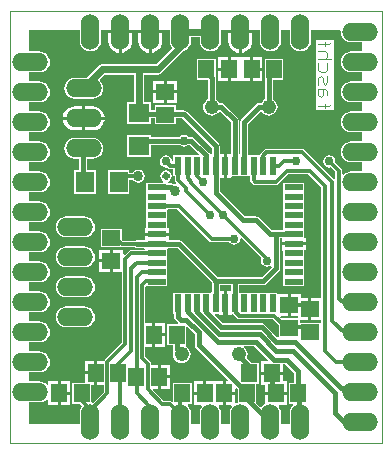
<source format=gbl>
%FSLAX44Y44*%
%MOMM*%
G71*
G01*
G75*
G04 Layer_Physical_Order=2*
G04 Layer_Color=16711680*
%ADD10C,0.2540*%
G04:AMPARAMS|DCode=11|XSize=1.27mm|YSize=0.3556mm|CornerRadius=0.0356mm|HoleSize=0mm|Usage=FLASHONLY|Rotation=270.000|XOffset=0mm|YOffset=0mm|HoleType=Round|Shape=RoundedRectangle|*
%AMROUNDEDRECTD11*
21,1,1.2700,0.2845,0,0,270.0*
21,1,1.1989,0.3556,0,0,270.0*
1,1,0.0711,-0.1422,-0.5994*
1,1,0.0711,-0.1422,0.5994*
1,1,0.0711,0.1422,0.5994*
1,1,0.0711,0.1422,-0.5994*
%
%ADD11ROUNDEDRECTD11*%
G04:AMPARAMS|DCode=12|XSize=0.3556mm|YSize=1.27mm|CornerRadius=0.0356mm|HoleSize=0mm|Usage=FLASHONLY|Rotation=270.000|XOffset=0mm|YOffset=0mm|HoleType=Round|Shape=RoundedRectangle|*
%AMROUNDEDRECTD12*
21,1,0.3556,1.1989,0,0,270.0*
21,1,0.2845,1.2700,0,0,270.0*
1,1,0.0711,-0.5994,-0.1422*
1,1,0.0711,-0.5994,0.1422*
1,1,0.0711,0.5994,0.1422*
1,1,0.0711,0.5994,-0.1422*
%
%ADD12ROUNDEDRECTD12*%
G04:AMPARAMS|DCode=13|XSize=3.302mm|YSize=3.302mm|CornerRadius=0.3302mm|HoleSize=0mm|Usage=FLASHONLY|Rotation=270.000|XOffset=0mm|YOffset=0mm|HoleType=Round|Shape=RoundedRectangle|*
%AMROUNDEDRECTD13*
21,1,3.3020,2.6416,0,0,270.0*
21,1,2.6416,3.3020,0,0,270.0*
1,1,0.6604,-1.3208,-1.3208*
1,1,0.6604,-1.3208,1.3208*
1,1,0.6604,1.3208,1.3208*
1,1,0.6604,1.3208,-1.3208*
%
%ADD13ROUNDEDRECTD13*%
%ADD14R,1.5240X1.3208*%
%ADD15R,2.4130X2.8194*%
%ADD16R,1.8034X1.6002*%
%ADD17R,1.5240X1.5240*%
%ADD18R,1.3208X1.5240*%
%ADD19R,1.5240X1.5240*%
%ADD20R,1.6002X1.8034*%
%ADD21C,0.6096*%
%ADD22C,0.4064*%
%ADD23C,0.3048*%
%ADD24C,0.0864*%
%ADD25C,0.0500*%
%ADD26C,1.2192*%
%ADD27O,3.0480X1.5240*%
%ADD28O,1.5240X3.0480*%
%ADD29C,0.7580*%
%ADD30C,0.8596*%
%ADD31R,0.5080X1.5240*%
%ADD32R,1.5240X0.5080*%
G36*
X187154Y128524D02*
X183896D01*
Y118364D01*
Y108204D01*
X187706D01*
Y108504D01*
X188976Y109030D01*
X192564Y105442D01*
X193482Y104829D01*
X194564Y104614D01*
X222878D01*
X227858Y99765D01*
Y90074D01*
X226682Y89454D01*
X215726Y100410D01*
X214641Y101136D01*
X213360Y101390D01*
X180456D01*
X173526Y108321D01*
X174012Y109494D01*
X177546D01*
Y108204D01*
X181356D01*
Y118364D01*
Y128524D01*
X177844D01*
Y133560D01*
X187154D01*
Y128524D01*
D02*
G37*
G36*
X171118Y135800D02*
X171152Y135629D01*
Y128198D01*
X170414Y127234D01*
Y127234D01*
X162834D01*
X162834Y127234D01*
X162834D01*
X162286D01*
Y127234D01*
X161564Y127234D01*
X154706D01*
X154706Y127234D01*
X154706D01*
X154412D01*
Y127234D01*
X153436Y127234D01*
X146832D01*
Y127234D01*
X146284D01*
Y127234D01*
X138704D01*
Y109494D01*
X139148D01*
Y106680D01*
X139402Y105399D01*
X140128Y104314D01*
X142414Y102028D01*
X142704Y101834D01*
X142319Y100564D01*
X133472D01*
Y82824D01*
X138132D01*
Y79248D01*
X138386Y77967D01*
X138829Y77305D01*
X138639Y76848D01*
X138387Y74930D01*
X138639Y73012D01*
X139379Y71225D01*
X140557Y69691D01*
X142091Y68513D01*
X143878Y67773D01*
X145796Y67521D01*
X147714Y67773D01*
X149501Y68513D01*
X151035Y69691D01*
X152213Y71225D01*
X152953Y73012D01*
X153205Y74930D01*
X152953Y76848D01*
X152213Y78635D01*
X151035Y80169D01*
X149501Y81347D01*
X149000Y81554D01*
X149180Y82824D01*
X149180D01*
X149180Y82824D01*
Y98174D01*
X150353Y98660D01*
X156928Y92086D01*
Y82550D01*
X156929Y82545D01*
X156928Y82540D01*
X157056Y81907D01*
X157182Y81269D01*
X157185Y81265D01*
X157186Y81260D01*
X157550Y80720D01*
X157908Y80184D01*
X157912Y80181D01*
X157915Y80176D01*
X184761Y53498D01*
X184277Y52324D01*
X183134D01*
Y43434D01*
X191008D01*
Y45637D01*
X192181Y46125D01*
X193162Y45150D01*
Y34118D01*
X192062Y33651D01*
X191008Y34355D01*
Y40894D01*
X183134D01*
Y32004D01*
X187612D01*
X188239Y30734D01*
X187578Y29873D01*
X186684Y27715D01*
X186380Y25400D01*
Y16256D01*
X178873D01*
Y25400D01*
X178568Y27715D01*
X177674Y29873D01*
X177013Y30734D01*
X177640Y32004D01*
X180594D01*
Y42164D01*
Y52324D01*
X166624D01*
Y42164D01*
X165354D01*
Y40894D01*
X156210D01*
Y32004D01*
X162212D01*
X162838Y30734D01*
X162178Y29873D01*
X161284Y27715D01*
X160979Y25400D01*
Y16256D01*
X153472D01*
Y25400D01*
X153168Y27715D01*
X152274Y29873D01*
X150852Y31726D01*
X150464Y32024D01*
X150895Y33294D01*
X154056D01*
Y51034D01*
X138348D01*
Y35432D01*
X137078Y34969D01*
X136464Y35379D01*
X135382Y35594D01*
X130457D01*
X121251Y44801D01*
X121737Y45974D01*
X125222D01*
Y56134D01*
Y66294D01*
X120543D01*
X119667Y67132D01*
X119553Y67634D01*
X119453Y68138D01*
X119431Y68171D01*
X119423Y68209D01*
X119126Y68628D01*
X118840Y69056D01*
X118808Y69078D01*
X118785Y69109D01*
X114842Y72845D01*
Y81534D01*
X120904D01*
Y91694D01*
Y101854D01*
X114842D01*
Y131648D01*
X115590Y132608D01*
Y132608D01*
X133330D01*
Y140188D01*
X133330D01*
Y140736D01*
X133330D01*
Y148316D01*
X133330D01*
Y148610D01*
X133330D01*
Y156190D01*
X133330D01*
Y156738D01*
X133330D01*
Y164318D01*
X133330D01*
X134295Y165056D01*
X141624D01*
X171118Y135800D01*
D02*
G37*
G36*
X219138Y70261D02*
X218652Y69088D01*
X213106D01*
Y60198D01*
X231394D01*
Y66758D01*
X233564D01*
X241002Y59320D01*
Y51034D01*
X236596D01*
Y33294D01*
X239757D01*
X240188Y32024D01*
X239800Y31726D01*
X238378Y29873D01*
X237484Y27715D01*
X237180Y25400D01*
Y16256D01*
X229673D01*
Y25400D01*
X229368Y27715D01*
X228474Y29873D01*
X227813Y30734D01*
X228440Y32004D01*
X234442D01*
Y40894D01*
X216154D01*
Y33072D01*
X214400Y31726D01*
X213675Y30781D01*
X212408Y30694D01*
X208870Y34186D01*
Y50058D01*
X210952D01*
Y67798D01*
X204650D01*
X200693Y71756D01*
X201213Y73012D01*
X201465Y74930D01*
X201213Y76848D01*
X200473Y78635D01*
X199295Y80169D01*
X198236Y80982D01*
X198668Y82252D01*
X207148D01*
X219138Y70261D01*
D02*
G37*
G36*
X135580Y340360D02*
X135884Y338045D01*
X136778Y335887D01*
X137715Y334666D01*
X123661Y320612D01*
X77978D01*
X77925Y320602D01*
X77871Y320611D01*
X77088Y320435D01*
X76301Y320279D01*
X76256Y320248D01*
X76203Y320237D01*
X75547Y319775D01*
X74879Y319329D01*
X74849Y319284D01*
X74805Y319252D01*
X65207Y309174D01*
X55118D01*
X52803Y308870D01*
X50645Y307976D01*
X48792Y306554D01*
X47370Y304701D01*
X46476Y302544D01*
X46171Y300228D01*
X46476Y297913D01*
X47370Y295755D01*
X48792Y293902D01*
X50645Y292480D01*
X52803Y291586D01*
X55118Y291282D01*
X70358D01*
X72674Y291586D01*
X74831Y292480D01*
X76684Y293902D01*
X78106Y295755D01*
X79000Y297913D01*
X79304Y300228D01*
X79000Y302544D01*
X78106Y304701D01*
X76684Y306554D01*
X76358Y306805D01*
X76259Y308071D01*
X79856Y311848D01*
X105092D01*
Y288905D01*
X99207D01*
Y270403D01*
X119741D01*
Y274784D01*
X122956D01*
Y270174D01*
X140696D01*
Y274784D01*
X146188D01*
X171152Y249820D01*
Y245188D01*
X170213Y244585D01*
X169702Y244644D01*
X169343Y245170D01*
X168990Y245698D01*
X168976Y245708D01*
X168966Y245722D01*
X156266Y258168D01*
X155733Y258516D01*
X155205Y258870D01*
X155188Y258873D01*
X155173Y258882D01*
X154548Y259000D01*
X153924Y259124D01*
X151400D01*
X151208Y259412D01*
X149541Y260526D01*
X147574Y260917D01*
X145608Y260526D01*
X143940Y259412D01*
X143748Y259124D01*
X119741D01*
Y260461D01*
X99207D01*
Y241959D01*
X119741D01*
Y252432D01*
X143748D01*
X143940Y252144D01*
X145608Y251030D01*
X147574Y250639D01*
X149541Y251030D01*
X151208Y252144D01*
X151328Y252324D01*
X152590Y252400D01*
X160574Y244576D01*
X160094Y243400D01*
X154706D01*
Y243400D01*
X154412D01*
Y243400D01*
X146832D01*
Y243400D01*
X146284D01*
Y243400D01*
X138704D01*
Y238572D01*
X137434Y238447D01*
X137082Y240219D01*
X135968Y241886D01*
X134300Y243000D01*
X132334Y243391D01*
X130367Y243000D01*
X128700Y241886D01*
X127586Y240219D01*
X127195Y238252D01*
X127586Y236285D01*
X128700Y234618D01*
X130367Y233504D01*
X132334Y233113D01*
X133284Y233302D01*
X134144Y232442D01*
X135062Y231829D01*
X136144Y231614D01*
X138704D01*
Y225660D01*
X139666D01*
Y222758D01*
X139881Y221676D01*
X140494Y220758D01*
X141122Y220130D01*
X140497Y218959D01*
X140208Y219017D01*
X139225Y218821D01*
X139176Y218867D01*
X138675Y219174D01*
X138187Y219500D01*
X138120Y219513D01*
X138062Y219548D01*
X137482Y219640D01*
X136906Y219754D01*
X134577D01*
X134497Y219791D01*
X134390Y220020D01*
X134209Y221279D01*
X135799Y222341D01*
X136861Y223931D01*
X137234Y225806D01*
X136861Y227681D01*
X135799Y229271D01*
X134209Y230333D01*
X132334Y230706D01*
X130459Y230333D01*
X128869Y229271D01*
X127807Y227681D01*
X127434Y225806D01*
X127807Y223931D01*
X128869Y222341D01*
X129993Y221590D01*
X129608Y220320D01*
X115590D01*
Y213590D01*
X115590Y212740D01*
Y212530D01*
Y212320D01*
X115590Y211470D01*
Y205590D01*
X115590Y204740D01*
Y204530D01*
Y204320D01*
X115590Y203470D01*
Y197590D01*
X115590Y196740D01*
Y196530D01*
Y196320D01*
X115590Y195470D01*
Y189590D01*
X115590Y188740D01*
Y188530D01*
Y188320D01*
X115590Y187470D01*
Y181610D01*
X114300D01*
Y177800D01*
X134620D01*
Y181610D01*
X134228D01*
X133330Y182508D01*
Y187470D01*
X133330Y188320D01*
Y188530D01*
Y188740D01*
X133330Y189590D01*
Y195470D01*
X133330Y196320D01*
Y196530D01*
Y196740D01*
Y196816D01*
X134395Y198086D01*
X142077D01*
X169187Y170729D01*
X169192Y170725D01*
X169196Y170720D01*
X169649Y170417D01*
X170102Y170112D01*
X170108Y170111D01*
X170114Y170107D01*
X170651Y170000D01*
X171183Y169892D01*
X171189Y169893D01*
X171196Y169892D01*
X185820D01*
X186358Y169086D01*
X188025Y167972D01*
X189992Y167581D01*
X191959Y167972D01*
X193626Y169086D01*
X194740Y170753D01*
X195131Y172720D01*
X196304Y173330D01*
X213307Y156327D01*
X213184Y156145D01*
X212793Y154178D01*
X213184Y152212D01*
X214298Y150544D01*
X215965Y149430D01*
X217932Y149039D01*
X219898Y149430D01*
X220375Y149749D01*
X221780Y149160D01*
X221881Y148635D01*
X213498Y140252D01*
X176132D01*
X145359Y170778D01*
X144819Y171135D01*
X144283Y171494D01*
X144276Y171495D01*
X144270Y171499D01*
X143635Y171622D01*
X143002Y171748D01*
X134620D01*
Y175260D01*
X114300D01*
Y171748D01*
X107950D01*
X106669Y171494D01*
X106276Y171230D01*
X95913D01*
X94976Y172168D01*
Y181184D01*
X77236D01*
Y165476D01*
X94976D01*
Y165574D01*
X106276D01*
X106669Y165310D01*
X107950Y165056D01*
X114010D01*
X114948Y163920D01*
X114757Y163356D01*
X102870D01*
X101788Y163141D01*
X100870Y162528D01*
X97439Y159097D01*
X96266Y159583D01*
Y163322D01*
X87376D01*
Y154178D01*
Y145034D01*
X95216D01*
Y85246D01*
X80550Y70580D01*
X79937Y69662D01*
X79873Y69342D01*
X74168D01*
Y59182D01*
Y49022D01*
X79722D01*
Y43335D01*
X70453Y34067D01*
X68916Y34269D01*
Y49022D01*
X71628D01*
Y57912D01*
X63754D01*
Y51034D01*
X53208D01*
Y33294D01*
X59480D01*
X61587Y31188D01*
X60578Y29873D01*
X59684Y27715D01*
X59380Y25400D01*
Y16256D01*
X16002D01*
Y34234D01*
X25146D01*
X27462Y34538D01*
X29619Y35432D01*
X31472Y36854D01*
X31563Y36973D01*
X32766Y36565D01*
Y32004D01*
X40640D01*
Y42164D01*
Y52324D01*
X32766D01*
Y49795D01*
X31563Y49387D01*
X31472Y49506D01*
X29619Y50928D01*
X27462Y51822D01*
X25146Y52126D01*
X16002D01*
Y59633D01*
X25146D01*
X27462Y59938D01*
X29619Y60832D01*
X31472Y62254D01*
X32894Y64107D01*
X33788Y66265D01*
X34093Y68580D01*
X33788Y70896D01*
X32894Y73053D01*
X31472Y74906D01*
X29619Y76328D01*
X27462Y77222D01*
X25146Y77526D01*
X16002D01*
Y85034D01*
X25146D01*
X27462Y85338D01*
X29619Y86232D01*
X31472Y87654D01*
X32894Y89507D01*
X33788Y91664D01*
X34093Y93980D01*
X33788Y96295D01*
X32894Y98453D01*
X31472Y100306D01*
X29619Y101728D01*
X27462Y102622D01*
X25146Y102927D01*
X16002D01*
Y110434D01*
X25146D01*
X27462Y110738D01*
X29619Y111632D01*
X31472Y113054D01*
X32894Y114907D01*
X33788Y117065D01*
X34093Y119380D01*
X33788Y121695D01*
X32894Y123853D01*
X31472Y125706D01*
X29619Y127128D01*
X27462Y128022D01*
X25146Y128327D01*
X16002D01*
Y135834D01*
X25146D01*
X27462Y136138D01*
X29619Y137032D01*
X31472Y138454D01*
X32894Y140307D01*
X33788Y142465D01*
X34093Y144780D01*
X33788Y147095D01*
X32894Y149253D01*
X31472Y151106D01*
X29619Y152528D01*
X27462Y153422D01*
X25146Y153727D01*
X16002D01*
Y161234D01*
X25146D01*
X27462Y161538D01*
X29619Y162432D01*
X31472Y163854D01*
X32894Y165707D01*
X33788Y167864D01*
X34093Y170180D01*
X33788Y172495D01*
X32894Y174653D01*
X31472Y176506D01*
X29619Y177928D01*
X27462Y178822D01*
X25146Y179126D01*
X16002D01*
Y186633D01*
X25146D01*
X27462Y186938D01*
X29619Y187832D01*
X31472Y189254D01*
X32894Y191107D01*
X33788Y193265D01*
X34093Y195580D01*
X33788Y197896D01*
X32894Y200053D01*
X31472Y201906D01*
X29619Y203328D01*
X27462Y204222D01*
X25146Y204527D01*
X16002D01*
Y212034D01*
X25146D01*
X27462Y212338D01*
X29619Y213232D01*
X31472Y214654D01*
X32894Y216507D01*
X33788Y218664D01*
X34093Y220980D01*
X33788Y223295D01*
X32894Y225453D01*
X31472Y227306D01*
X29619Y228728D01*
X27462Y229622D01*
X25146Y229926D01*
X16002D01*
Y237433D01*
X25146D01*
X27462Y237738D01*
X29619Y238632D01*
X31472Y240054D01*
X32894Y241907D01*
X33788Y244065D01*
X34093Y246380D01*
X33788Y248696D01*
X32894Y250853D01*
X31472Y252706D01*
X29619Y254128D01*
X27462Y255022D01*
X25146Y255326D01*
X16002D01*
Y262833D01*
X25146D01*
X27462Y263138D01*
X29619Y264032D01*
X31472Y265454D01*
X32894Y267307D01*
X33788Y269464D01*
X34093Y271780D01*
X33788Y274095D01*
X32894Y276253D01*
X31472Y278106D01*
X29619Y279528D01*
X27462Y280422D01*
X25146Y280727D01*
X16002D01*
Y288234D01*
X25146D01*
X27462Y288538D01*
X29619Y289432D01*
X31472Y290854D01*
X32894Y292707D01*
X33788Y294865D01*
X34093Y297180D01*
X33788Y299496D01*
X32894Y301653D01*
X31472Y303506D01*
X29619Y304928D01*
X27462Y305822D01*
X25146Y306126D01*
X16002D01*
Y313633D01*
X25146D01*
X27462Y313938D01*
X29619Y314832D01*
X31472Y316254D01*
X32894Y318107D01*
X33788Y320265D01*
X34093Y322580D01*
X33788Y324896D01*
X32894Y327053D01*
X31472Y328906D01*
X29619Y330328D01*
X27462Y331222D01*
X25146Y331526D01*
X16002D01*
Y349504D01*
X59380D01*
Y340360D01*
X59684Y338045D01*
X60578Y335887D01*
X62000Y334034D01*
X63853Y332612D01*
X66010Y331718D01*
X68326Y331413D01*
X70641Y331718D01*
X72799Y332612D01*
X74652Y334034D01*
X76074Y335887D01*
X76968Y338045D01*
X77273Y340360D01*
Y349504D01*
X83478D01*
Y349250D01*
X103974D01*
Y349504D01*
X108878D01*
Y349250D01*
X129374D01*
Y349504D01*
X135580D01*
Y340360D01*
D02*
G37*
G36*
X280434Y348549D02*
X280359Y347980D01*
X280664Y345664D01*
X281558Y343507D01*
X282980Y341654D01*
X284833Y340232D01*
X286991Y339338D01*
X289306Y339034D01*
X298450D01*
Y331526D01*
X289306D01*
X286991Y331222D01*
X284833Y330328D01*
X282980Y328906D01*
X281558Y327053D01*
X280664Y324896D01*
X280359Y322580D01*
X280664Y320265D01*
X281558Y318107D01*
X282980Y316254D01*
X284833Y314832D01*
X286991Y313938D01*
X289306Y313633D01*
X298450D01*
Y306126D01*
X289306D01*
X286991Y305822D01*
X284833Y304928D01*
X282980Y303506D01*
X281558Y301653D01*
X280664Y299496D01*
X280359Y297180D01*
X280664Y294865D01*
X281558Y292707D01*
X282980Y290854D01*
X284833Y289432D01*
X286991Y288538D01*
X289306Y288234D01*
X298450D01*
Y280727D01*
X289306D01*
X286991Y280422D01*
X284833Y279528D01*
X282980Y278106D01*
X281558Y276253D01*
X280664Y274095D01*
X280359Y271780D01*
X280664Y269464D01*
X281558Y267307D01*
X282980Y265454D01*
X284833Y264032D01*
X286991Y263138D01*
X289306Y262833D01*
X298450D01*
Y255326D01*
X289306D01*
X286991Y255022D01*
X284833Y254128D01*
X282980Y252706D01*
X281558Y250853D01*
X280664Y248696D01*
X280359Y246380D01*
X280664Y244065D01*
X281558Y241907D01*
X282980Y240054D01*
X284833Y238632D01*
X286991Y237738D01*
X289306Y237433D01*
X298450D01*
Y229926D01*
X289306D01*
X286991Y229622D01*
X284833Y228728D01*
X282980Y227306D01*
X282736Y226989D01*
X281466Y227420D01*
Y230378D01*
X281251Y231460D01*
X280638Y232378D01*
X275714Y237302D01*
X275903Y238252D01*
X275512Y240219D01*
X274398Y241886D01*
X272731Y243000D01*
X270764Y243391D01*
X268797Y243000D01*
X267130Y241886D01*
X266016Y240219D01*
X265625Y238252D01*
X266016Y236285D01*
X267130Y234618D01*
X268797Y233504D01*
X270764Y233113D01*
X271714Y233302D01*
X275810Y229207D01*
Y224018D01*
X274540Y223496D01*
X249914Y248370D01*
X249908Y248374D01*
X249904Y248380D01*
X249454Y248681D01*
X249000Y248988D01*
X248992Y248989D01*
X248986Y248993D01*
X248452Y249099D01*
X247918Y249208D01*
X247911Y249207D01*
X247904Y249208D01*
X217424D01*
X217368Y249197D01*
X217311Y249206D01*
X216829Y249090D01*
X216342Y248993D01*
X216294Y248961D01*
X216238Y248948D01*
X215836Y248655D01*
X215424Y248380D01*
X215392Y248332D01*
X215346Y248298D01*
X212298Y244996D01*
X212038Y244573D01*
X211763Y244160D01*
X211752Y244104D01*
X211722Y244055D01*
X211644Y243565D01*
X211636Y243521D01*
X210416Y243400D01*
X210416Y243400D01*
X210416Y243400D01*
X203686D01*
X202836Y243400D01*
X201976Y244312D01*
X201974Y244313D01*
Y270414D01*
X211803Y280442D01*
X212044Y280508D01*
X213407Y280296D01*
X214217Y279241D01*
X215751Y278063D01*
X217538Y277323D01*
X219456Y277071D01*
X221374Y277323D01*
X223161Y278063D01*
X224695Y279241D01*
X225873Y280775D01*
X226613Y282562D01*
X226865Y284480D01*
X226613Y286398D01*
X225873Y288185D01*
X224695Y289719D01*
X223161Y290897D01*
X222802Y291045D01*
Y307360D01*
X231882D01*
Y325100D01*
X216174D01*
Y311981D01*
X216110Y311658D01*
Y291045D01*
X215751Y290897D01*
X214217Y289719D01*
X213039Y288185D01*
X212891Y287826D01*
X211074D01*
X211057Y287823D01*
X211040Y287826D01*
X210418Y287696D01*
X209793Y287572D01*
X209779Y287562D01*
X209762Y287558D01*
X209236Y287199D01*
X208708Y286846D01*
X208698Y286832D01*
X208684Y286822D01*
X196238Y274122D01*
X195890Y273589D01*
X195536Y273061D01*
X195533Y273044D01*
X195524Y273029D01*
X195406Y272404D01*
X195282Y271780D01*
Y245429D01*
X194319Y244761D01*
X193846Y244968D01*
Y273304D01*
X193592Y274585D01*
X192866Y275670D01*
X181690Y286846D01*
X180605Y287572D01*
X179324Y287826D01*
X177761D01*
X177613Y288185D01*
X176435Y289719D01*
X174901Y290897D01*
X174542Y291045D01*
Y308610D01*
X174478Y308933D01*
Y325100D01*
X158770D01*
Y307360D01*
X167714D01*
X167850Y307224D01*
Y291045D01*
X167491Y290897D01*
X165957Y289719D01*
X164779Y288185D01*
X164039Y286398D01*
X163787Y284480D01*
X164039Y282562D01*
X164779Y280775D01*
X165957Y279241D01*
X167491Y278063D01*
X169278Y277323D01*
X171196Y277071D01*
X173114Y277323D01*
X174901Y278063D01*
X176435Y279241D01*
X177130Y280146D01*
X178642Y280347D01*
X178784Y280287D01*
X187154Y271918D01*
Y244690D01*
X183896D01*
Y234530D01*
Y224370D01*
X187706D01*
Y224762D01*
X188604Y225660D01*
X193566D01*
X194416Y225660D01*
X194626D01*
X194836D01*
X195686Y225660D01*
X201566D01*
X202416Y225660D01*
X203674Y225630D01*
Y222250D01*
X203699Y222123D01*
X203685Y221994D01*
X203806Y221586D01*
X203889Y221168D01*
X203961Y221060D01*
X203998Y220935D01*
X204265Y220604D01*
X204502Y220250D01*
X204610Y220178D01*
X204691Y220077D01*
X206215Y218807D01*
X206589Y218604D01*
X206944Y218367D01*
X207071Y218342D01*
X207185Y218280D01*
X207608Y218235D01*
X208026Y218152D01*
X225552D01*
X226634Y218367D01*
X227552Y218980D01*
X236122Y227550D01*
X252829D01*
X263872Y216507D01*
Y122276D01*
X255270D01*
Y113132D01*
Y103988D01*
X263872D01*
Y102482D01*
X262870Y101834D01*
X245598D01*
Y103988D01*
X252730D01*
Y113132D01*
Y122276D01*
X246888D01*
Y125832D01*
X237998D01*
Y116688D01*
Y107544D01*
X243840D01*
Y105390D01*
X230190D01*
X229186Y106368D01*
X229664Y107544D01*
X235458D01*
Y116688D01*
Y125832D01*
X226568D01*
X226416Y127039D01*
Y127234D01*
X218836D01*
Y127234D01*
X218416D01*
Y127234D01*
X210836D01*
Y127234D01*
X210416D01*
Y127234D01*
X202836D01*
Y127234D01*
X202416D01*
Y127234D01*
X194836D01*
Y127234D01*
X193846Y127911D01*
Y133560D01*
X214884D01*
X216165Y133814D01*
X217250Y134540D01*
X228172Y145462D01*
X228898Y146547D01*
X229152Y147828D01*
Y173184D01*
X230466D01*
Y169672D01*
X250786D01*
Y173482D01*
X250394D01*
X249496Y174380D01*
Y179470D01*
X249496Y180320D01*
Y180530D01*
Y180740D01*
X249496Y181590D01*
Y187470D01*
X249496Y188320D01*
Y188530D01*
Y188740D01*
X249496Y189590D01*
Y195470D01*
X249496Y196320D01*
Y196530D01*
Y196740D01*
X249496Y197590D01*
Y203470D01*
X249496Y204320D01*
Y204530D01*
Y204740D01*
X249496Y205590D01*
Y211470D01*
X249496Y212320D01*
Y212530D01*
Y212740D01*
X249496Y213590D01*
Y220320D01*
X231756D01*
Y213590D01*
X231756Y212740D01*
Y212530D01*
Y212320D01*
X231756Y211470D01*
Y205590D01*
X231756Y204740D01*
Y204530D01*
Y204320D01*
X231756Y203470D01*
Y197590D01*
X231756Y196740D01*
Y196530D01*
Y196320D01*
X231756Y195470D01*
Y189590D01*
X231756Y188740D01*
Y188530D01*
Y188320D01*
X231756Y187470D01*
Y181590D01*
X231756Y180740D01*
X230844Y179876D01*
X221858D01*
X210900Y190834D01*
X209815Y191560D01*
X208534Y191814D01*
X198998D01*
X177844Y212968D01*
Y224370D01*
X181356D01*
Y234530D01*
Y244690D01*
X177844D01*
Y251206D01*
X177590Y252487D01*
X176864Y253572D01*
X149940Y280496D01*
X148855Y281222D01*
X147574Y281476D01*
X140696D01*
Y285882D01*
X122956D01*
Y281476D01*
X119741D01*
Y288905D01*
X113856D01*
Y311848D01*
X125476D01*
X127153Y312181D01*
X128575Y313131D01*
X147388Y331945D01*
X148999Y332612D01*
X150852Y334034D01*
X152274Y335887D01*
X153168Y338045D01*
X153472Y340360D01*
Y343598D01*
X160979D01*
Y340360D01*
X161284Y338045D01*
X162178Y335887D01*
X163600Y334034D01*
X165453Y332612D01*
X167610Y331718D01*
X169926Y331413D01*
X172241Y331718D01*
X174399Y332612D01*
X176252Y334034D01*
X177674Y335887D01*
X178568Y338045D01*
X178873Y340360D01*
Y349504D01*
X185078D01*
Y349250D01*
X205574D01*
Y349504D01*
X211779D01*
Y340360D01*
X212084Y338045D01*
X212978Y335887D01*
X214400Y334034D01*
X216253Y332612D01*
X218410Y331718D01*
X220726Y331413D01*
X223041Y331718D01*
X225199Y332612D01*
X227052Y334034D01*
X228474Y335887D01*
X229368Y338045D01*
X229673Y340360D01*
Y349504D01*
X237180D01*
Y340360D01*
X237484Y338045D01*
X238378Y335887D01*
X239800Y334034D01*
X241653Y332612D01*
X243811Y331718D01*
X246126Y331413D01*
X248442Y331718D01*
X250599Y332612D01*
X252452Y334034D01*
X253874Y335887D01*
X254768Y338045D01*
X255072Y340360D01*
Y349504D01*
X279597D01*
X280434Y348549D01*
D02*
G37*
%LPC*%
G36*
X250786Y167132D02*
X230466D01*
Y163322D01*
X230858D01*
X231756Y162424D01*
Y157460D01*
X231756Y156738D01*
Y156464D01*
Y156190D01*
X231756Y155468D01*
Y149586D01*
X231756Y148610D01*
Y148463D01*
Y148316D01*
X231756Y147340D01*
Y141458D01*
X231756Y140736D01*
Y140462D01*
Y140188D01*
X231756Y139466D01*
Y132608D01*
X249496D01*
Y139466D01*
X249496Y140188D01*
Y140462D01*
Y140736D01*
X249496Y141458D01*
Y147340D01*
X249496Y148316D01*
Y148463D01*
Y148610D01*
X249496Y149586D01*
Y155468D01*
X249496Y156190D01*
Y156464D01*
Y156738D01*
X249496Y157460D01*
Y163322D01*
X250786D01*
Y167132D01*
D02*
G37*
G36*
X63246Y141026D02*
X48006D01*
X45690Y140722D01*
X43533Y139828D01*
X41680Y138406D01*
X40258Y136553D01*
X39364Y134396D01*
X39060Y132080D01*
X39364Y129764D01*
X40258Y127607D01*
X41680Y125754D01*
X43533Y124332D01*
X45690Y123438D01*
X48006Y123133D01*
X63246D01*
X65561Y123438D01*
X67719Y124332D01*
X69572Y125754D01*
X70994Y127607D01*
X71888Y129764D01*
X72193Y132080D01*
X71888Y134396D01*
X70994Y136553D01*
X69572Y138406D01*
X67719Y139828D01*
X65561Y140722D01*
X63246Y141026D01*
D02*
G37*
G36*
X84836Y152908D02*
X75946D01*
Y145034D01*
X84836D01*
Y152908D01*
D02*
G37*
G36*
X63246Y191826D02*
X48006D01*
X45690Y191522D01*
X43533Y190628D01*
X41680Y189206D01*
X40258Y187353D01*
X39364Y185196D01*
X39060Y182880D01*
X39364Y180564D01*
X40258Y178407D01*
X41680Y176554D01*
X43533Y175132D01*
X45690Y174238D01*
X48006Y173934D01*
X63246D01*
X65561Y174238D01*
X67719Y175132D01*
X69572Y176554D01*
X70994Y178407D01*
X71888Y180564D01*
X72193Y182880D01*
X71888Y185196D01*
X70994Y187353D01*
X69572Y189206D01*
X67719Y190628D01*
X65561Y191522D01*
X63246Y191826D01*
D02*
G37*
G36*
X70358Y258375D02*
X55118D01*
X52803Y258070D01*
X50645Y257176D01*
X48792Y255754D01*
X47370Y253901D01*
X46476Y251744D01*
X46171Y249428D01*
X46476Y247113D01*
X47370Y244955D01*
X48792Y243102D01*
X50645Y241680D01*
X52803Y240786D01*
X55118Y240481D01*
X58884D01*
Y230993D01*
X54503D01*
Y210459D01*
X73005D01*
Y230993D01*
X65576D01*
Y240481D01*
X70358D01*
X72674Y240786D01*
X74831Y241680D01*
X76684Y243102D01*
X78106Y244955D01*
X79000Y247113D01*
X79304Y249428D01*
X79000Y251744D01*
X78106Y253901D01*
X76684Y255754D01*
X74831Y257176D01*
X72674Y258070D01*
X70358Y258375D01*
D02*
G37*
G36*
X63246Y166427D02*
X48006D01*
X45690Y166122D01*
X43533Y165228D01*
X41680Y163806D01*
X40258Y161953D01*
X39364Y159796D01*
X39060Y157480D01*
X39364Y155164D01*
X40258Y153007D01*
X41680Y151154D01*
X43533Y149732D01*
X45690Y148838D01*
X48006Y148533D01*
X63246D01*
X65561Y148838D01*
X67719Y149732D01*
X69572Y151154D01*
X70994Y153007D01*
X71888Y155164D01*
X72193Y157480D01*
X71888Y159796D01*
X70994Y161953D01*
X69572Y163806D01*
X67719Y165228D01*
X65561Y166122D01*
X63246Y166427D01*
D02*
G37*
G36*
X84836Y163322D02*
X75946D01*
Y155448D01*
X84836D01*
Y163322D01*
D02*
G37*
G36*
X63246Y115626D02*
X48006D01*
X45690Y115322D01*
X43533Y114428D01*
X41680Y113006D01*
X40258Y111153D01*
X39364Y108996D01*
X39060Y106680D01*
X39364Y104365D01*
X40258Y102207D01*
X41680Y100354D01*
X43533Y98932D01*
X45690Y98038D01*
X48006Y97733D01*
X63246D01*
X65561Y98038D01*
X67719Y98932D01*
X69572Y100354D01*
X70994Y102207D01*
X71888Y104365D01*
X72193Y106680D01*
X71888Y108996D01*
X70994Y111153D01*
X69572Y113006D01*
X67719Y114428D01*
X65561Y115322D01*
X63246Y115626D01*
D02*
G37*
G36*
X164084Y52324D02*
X156210D01*
Y43434D01*
X164084D01*
Y52324D01*
D02*
G37*
G36*
X231394Y57658D02*
X213106D01*
Y48768D01*
X216154D01*
Y43434D01*
X234442D01*
Y52324D01*
X231394D01*
Y57658D01*
D02*
G37*
G36*
X51054Y40894D02*
X43180D01*
Y32004D01*
X51054D01*
Y40894D01*
D02*
G37*
G36*
Y52324D02*
X43180D01*
Y43434D01*
X51054D01*
Y52324D01*
D02*
G37*
G36*
X135636Y54864D02*
X127762D01*
Y45974D01*
X135636D01*
Y54864D01*
D02*
G37*
G36*
X131318Y90424D02*
X123444D01*
Y81534D01*
X131318D01*
Y90424D01*
D02*
G37*
G36*
Y101854D02*
X123444D01*
Y92964D01*
X131318D01*
Y101854D01*
D02*
G37*
G36*
X135636Y66294D02*
X127762D01*
Y57404D01*
X135636D01*
Y66294D01*
D02*
G37*
G36*
X71628Y69342D02*
X63754D01*
Y60452D01*
X71628D01*
Y69342D01*
D02*
G37*
G36*
X108966Y231463D02*
X106801Y231032D01*
X104966Y229806D01*
X104183Y228634D01*
X101449D01*
Y230993D01*
X82947D01*
Y210459D01*
X101449D01*
Y222978D01*
X104183D01*
X104966Y221806D01*
X106801Y220580D01*
X108966Y220149D01*
X111131Y220580D01*
X112966Y221806D01*
X114192Y223641D01*
X114623Y225806D01*
X114192Y227971D01*
X112966Y229806D01*
X111131Y231032D01*
X108966Y231463D01*
D02*
G37*
G36*
X195732Y326390D02*
X195326D01*
X194920D01*
X194462Y326390D01*
X187046D01*
Y316230D01*
Y306070D01*
X194462D01*
X194920Y306070D01*
X195326D01*
X195732D01*
X196190Y306070D01*
X203606D01*
Y316230D01*
Y326390D01*
X196190D01*
X195732Y326390D01*
D02*
G37*
G36*
X92456Y346710D02*
X83478D01*
Y340360D01*
X83827Y337708D01*
X84851Y335236D01*
X86480Y333114D01*
X88602Y331485D01*
X91074Y330462D01*
X92456Y330280D01*
Y346710D01*
D02*
G37*
G36*
X206146Y326390D02*
Y317500D01*
X214020D01*
Y326390D01*
X206146D01*
D02*
G37*
G36*
X214020Y314960D02*
X206146D01*
Y306070D01*
X214020D01*
Y314960D01*
D02*
G37*
G36*
X184506Y326390D02*
X176632D01*
Y317500D01*
X184506D01*
Y326390D01*
D02*
G37*
G36*
X194056Y346710D02*
X185078D01*
Y340360D01*
X185427Y337708D01*
X186451Y335236D01*
X188080Y333114D01*
X190202Y331485D01*
X192674Y330462D01*
X194056Y330280D01*
Y346710D01*
D02*
G37*
G36*
X205574D02*
X196596D01*
Y330280D01*
X197978Y330462D01*
X200450Y331485D01*
X202572Y333114D01*
X204201Y335236D01*
X205224Y337708D01*
X205574Y340360D01*
Y346710D01*
D02*
G37*
G36*
X129374D02*
X120396D01*
Y330280D01*
X121778Y330462D01*
X124250Y331485D01*
X126372Y333114D01*
X128001Y335236D01*
X129024Y337708D01*
X129374Y340360D01*
Y346710D01*
D02*
G37*
G36*
X103974D02*
X94996D01*
Y330280D01*
X96378Y330462D01*
X98850Y331485D01*
X100972Y333114D01*
X102601Y335236D01*
X103624Y337708D01*
X103974Y340360D01*
Y346710D01*
D02*
G37*
G36*
X117856D02*
X108878D01*
Y340360D01*
X109228Y337708D01*
X110251Y335236D01*
X111880Y333114D01*
X114002Y331485D01*
X116474Y330462D01*
X117856Y330280D01*
Y346710D01*
D02*
G37*
G36*
X70358Y285076D02*
X64008D01*
Y276098D01*
X80438D01*
X80257Y277480D01*
X79233Y279952D01*
X77604Y282074D01*
X75482Y283703D01*
X73010Y284727D01*
X70358Y285076D01*
D02*
G37*
G36*
X274402Y341458D02*
X259383D01*
Y281474D01*
X274402D01*
Y341458D01*
D02*
G37*
G36*
X61468Y285076D02*
X55118D01*
X52466Y284727D01*
X49994Y283703D01*
X47872Y282074D01*
X46243Y279952D01*
X45219Y277480D01*
X45037Y276098D01*
X61468D01*
Y285076D01*
D02*
G37*
G36*
Y273558D02*
X45037D01*
X45219Y272176D01*
X46243Y269704D01*
X47872Y267582D01*
X49994Y265953D01*
X52466Y264930D01*
X55118Y264580D01*
X61468D01*
Y273558D01*
D02*
G37*
G36*
X80438D02*
X64008D01*
Y264580D01*
X70358D01*
X73010Y264930D01*
X75482Y265953D01*
X77604Y267582D01*
X79233Y269704D01*
X80257Y272176D01*
X80438Y273558D01*
D02*
G37*
G36*
X141986Y306324D02*
X133096D01*
Y298450D01*
X141986D01*
Y306324D01*
D02*
G37*
G36*
X184506Y314960D02*
X176632D01*
Y306070D01*
X184506D01*
Y314960D01*
D02*
G37*
G36*
X130556Y306324D02*
X121666D01*
Y298450D01*
X130556D01*
Y306324D01*
D02*
G37*
G36*
Y295910D02*
X121666D01*
Y288036D01*
X130556D01*
Y295910D01*
D02*
G37*
G36*
X141986D02*
X133096D01*
Y288036D01*
X141986D01*
Y295910D01*
D02*
G37*
%LPD*%
D14*
X131826Y278028D02*
D03*
Y297180D02*
D03*
X254000Y113132D02*
D03*
Y93980D02*
D03*
X236728Y116688D02*
D03*
Y97536D02*
D03*
X86106Y173330D02*
D03*
Y154178D02*
D03*
D16*
X109474Y279654D02*
D03*
Y251210D02*
D03*
D18*
X185776Y316230D02*
D03*
X166624D02*
D03*
X204876D02*
D03*
X224028D02*
D03*
X141326Y91694D02*
D03*
X122174D02*
D03*
X203098Y58928D02*
D03*
X222250D02*
D03*
X61062Y42164D02*
D03*
X41910D02*
D03*
X92050Y59182D02*
D03*
X72898D02*
D03*
X107340Y56134D02*
D03*
X126492D02*
D03*
X146202Y42164D02*
D03*
X165354D02*
D03*
X201016D02*
D03*
X181864D02*
D03*
X244450D02*
D03*
X225298D02*
D03*
D20*
X63754Y220726D02*
D03*
X92198D02*
D03*
D21*
X144526Y335280D02*
Y347980D01*
X125476Y316230D02*
X144526Y335280D01*
X109474Y316230D02*
X125476D01*
X77978D02*
X109474D01*
X62738Y300228D02*
X77978Y316230D01*
X109474Y279654D02*
Y316230D01*
X144526Y347980D02*
X169926D01*
D22*
X133858Y225806D02*
G03*
X133858Y225806I-1524J0D01*
G01*
X107950Y168402D02*
X124714D01*
X174498Y234442D02*
Y251206D01*
X147574Y278130D02*
X174498Y251206D01*
X131826Y278130D02*
X147574D01*
X110998D02*
X131826D01*
X109474Y279654D02*
X110998Y278130D01*
X174498Y118618D02*
Y136906D01*
Y137160D01*
X143002Y168402D02*
X174498Y137160D01*
X124714Y168402D02*
X143002D01*
X174498Y211582D02*
Y234442D01*
Y211582D02*
X197612Y188468D01*
X224028Y176530D02*
X240538D01*
X220472D02*
X224028D01*
X208534Y188468D02*
X220472Y176530D01*
X197612Y188468D02*
X208534D01*
X190500Y136144D02*
X191516Y136906D01*
X190500Y118618D02*
Y136144D01*
X174244Y136906D02*
X191516D01*
X174244D02*
X174498Y137160D01*
X191516Y136906D02*
X214884D01*
X225806Y147828D01*
Y176022D01*
X182626Y106934D02*
Y118618D01*
Y106934D02*
X185166Y104394D01*
X221996Y44196D02*
Y58928D01*
Y44196D02*
X225806Y40640D01*
X225552Y42164D02*
X225806Y40640D01*
X219456Y284480D02*
Y311658D01*
X223774Y316230D01*
X198628Y234442D02*
Y271780D01*
X211074Y284480D01*
X219456D01*
X171196D02*
Y308610D01*
X163576Y316230D02*
X171196Y308610D01*
X163576Y316230D02*
X166624D01*
X169926D01*
X190500Y234442D02*
Y273304D01*
X179324Y284480D02*
X190500Y273304D01*
X171196Y284480D02*
X179324D01*
X166624Y234442D02*
Y243332D01*
X153924Y255778D02*
X166624Y243332D01*
X147574Y255778D02*
X153924D01*
X112776D02*
X147574D01*
X109474Y252730D02*
X112776Y255778D01*
X109474Y251206D02*
Y252730D01*
Y249428D02*
Y251206D01*
X62230Y220726D02*
X63754D01*
X62230D02*
Y248920D01*
X141478Y79248D02*
Y91694D01*
Y79248D02*
X145796Y74930D01*
X202946Y58928D02*
X204470Y63246D01*
X193040Y74676D02*
X204470Y63246D01*
X124714Y216408D02*
X136906D01*
X140208Y213360D01*
X142494Y106680D02*
Y118618D01*
Y106680D02*
X144780Y104394D01*
X149352D01*
X160274Y93472D01*
Y82550D02*
Y93472D01*
Y82550D02*
X200914Y42164D01*
X202438D01*
X200914Y37338D02*
Y42164D01*
Y37338D02*
X220726Y17780D01*
X244602Y19304D02*
Y42164D01*
Y19304D02*
X246126Y17780D01*
X150622Y110998D02*
Y118618D01*
Y110998D02*
X176022Y85598D01*
X208534D01*
X224028Y70104D01*
X234950D01*
X244348Y60706D01*
Y42418D02*
Y60706D01*
Y42418D02*
X244602Y42164D01*
X158496Y110744D02*
Y118618D01*
Y110744D02*
X177546Y91948D01*
X211582D01*
X225806Y77978D01*
X239776D01*
X275590Y42164D01*
Y24892D02*
Y42164D01*
Y24892D02*
X283210Y17272D01*
X296418D01*
X296926Y17780D01*
X166624Y110490D02*
Y118618D01*
Y110490D02*
X179070Y98044D01*
X213360D01*
X225806Y85598D01*
X241300D01*
X280162Y46736D01*
X293116D02*
X296926Y43180D01*
X280162Y46736D02*
X293116D01*
D23*
X248412Y97790D02*
X254000Y94234D01*
X190500Y111506D02*
Y118618D01*
Y111506D02*
X194564Y107442D01*
X94742Y168402D02*
X107950D01*
X90424Y172720D02*
X94742Y168402D01*
X90424Y172720D02*
X91948D01*
X90424D02*
Y172974D01*
X86106Y173228D02*
X90424Y172974D01*
X224790Y176022D02*
X225806D01*
X224028Y176530D02*
X224790Y176022D01*
X194564Y107442D02*
X224028D01*
X233680Y98044D01*
X236728Y97790D01*
X248412D01*
X236728Y116586D02*
X241046D01*
X245872Y116840D01*
X252984D01*
X254000Y113284D01*
X163830Y316230D02*
X166624D01*
X163576Y315976D02*
X163830Y316230D01*
X276352Y68580D02*
X296926D01*
X266700Y77978D02*
X276352Y68580D01*
X266700Y77978D02*
Y217678D01*
X254000Y230378D02*
X266700Y217678D01*
X234950Y230378D02*
X254000D01*
X225552Y220980D02*
X234950Y230378D01*
X208026Y220980D02*
X225552D01*
X206502Y222250D02*
X208026Y220980D01*
X206502Y222250D02*
Y234442D01*
X282702Y93980D02*
X296926D01*
X273050Y103378D02*
X282702Y93980D01*
X273050Y103378D02*
Y220980D01*
X247904Y246380D02*
X273050Y220980D01*
X217424Y246380D02*
X247904D01*
X214376Y243078D02*
X217424Y246380D01*
X214376Y234696D02*
Y243078D01*
Y234696D02*
X214630Y234442D01*
X62230Y248920D02*
Y249174D01*
X62738Y249428D01*
X193040Y74676D02*
X193802D01*
X194056Y74930D01*
X158496Y225806D02*
Y234442D01*
Y225806D02*
X163576Y220980D01*
X142494Y222758D02*
Y234442D01*
Y222758D02*
X149098Y216154D01*
Y213614D02*
X169672Y193040D01*
X149098Y213614D02*
Y216154D01*
X136144Y234442D02*
X142494D01*
X132334Y238252D02*
X136144Y234442D01*
X171196Y172720D02*
X189992D01*
X143256Y200914D02*
X171196Y172720D01*
X124460Y200914D02*
X143256D01*
X124714Y200406D02*
Y200914D01*
X124460D02*
X124714D01*
X98044Y225806D02*
X108966D01*
X92202Y219710D02*
X98044Y225806D01*
X91948Y219456D02*
Y220980D01*
X92202Y219710D02*
Y220726D01*
X91948Y219456D02*
X92202Y219710D01*
X150622Y224282D02*
Y234442D01*
Y224282D02*
X153924Y220980D01*
Y219710D02*
Y220980D01*
Y219710D02*
X180594Y193040D01*
X217932Y154178D02*
Y155702D01*
X180594Y193040D02*
X217932Y155702D01*
X102870Y160528D02*
X124714D01*
X98044Y155702D02*
X102870Y160528D01*
X98044Y84074D02*
Y155702D01*
X68580Y18034D02*
Y28194D01*
X68326Y17780D02*
X68580Y18034D01*
Y28194D02*
X82550Y42164D01*
Y68580D01*
X98044Y84074D01*
X60960Y35814D02*
Y42164D01*
Y35814D02*
X68580Y28194D01*
X107442Y152400D02*
X124714D01*
X102870Y147828D02*
X107442Y152400D01*
X102870Y77978D02*
Y147828D01*
X93472Y17526D02*
Y54610D01*
Y17272D02*
Y17526D01*
X93726Y17780D01*
X91948Y56134D02*
X93472Y54610D01*
X92202Y59182D02*
X93472Y56134D01*
X91948D02*
X92202Y59182D01*
X91948Y67056D02*
X102870Y77978D01*
X91948Y56134D02*
Y67056D01*
X111760Y144526D02*
X124714D01*
X107442Y140208D02*
X111760Y144526D01*
X107442Y59182D02*
Y140208D01*
X118364Y18542D02*
Y31242D01*
Y18542D02*
X119126Y17780D01*
X107188Y56134D02*
X107442Y59182D01*
Y42164D02*
X118364Y31242D01*
X107442Y42164D02*
Y56134D01*
Y57658D01*
X107188Y56134D02*
X107442D01*
X144780Y18034D02*
Y23368D01*
X144526Y17780D02*
X144780Y18034D01*
X124714Y136398D02*
Y136906D01*
X124460D02*
X124714D01*
X115316D02*
X124460D01*
X112014Y133858D02*
X115316Y136906D01*
X112014Y71628D02*
Y133858D01*
X116840Y45212D02*
Y67056D01*
X112014Y71628D02*
X116840Y67056D01*
X144526Y40386D02*
X146304Y42164D01*
X144526Y40386D02*
X144780Y23368D01*
X116840Y45212D02*
X129286Y32766D01*
X135382D01*
X144780Y23368D01*
X282194Y119380D02*
X296926D01*
X278638Y121412D02*
X282194Y119380D01*
X278638Y121412D02*
Y230378D01*
X222504Y234442D02*
X228346D01*
X231902Y238252D01*
X242824D01*
X270764D02*
X278638Y230378D01*
D24*
X261497Y285386D02*
X270489D01*
X266892D01*
Y283588D01*
Y287185D01*
Y285386D01*
X270489D01*
X272288Y287185D01*
X268691Y294379D02*
Y297976D01*
X266892Y299775D01*
X261497D01*
Y294379D01*
X263295Y292581D01*
X265094Y294379D01*
Y299775D01*
X261497Y303372D02*
Y308768D01*
X263295Y310567D01*
X265094Y308768D01*
Y305171D01*
X266892Y303372D01*
X268691Y305171D01*
Y310567D01*
Y321358D02*
Y315962D01*
X266892Y314164D01*
X263295D01*
X261497Y315962D01*
Y321358D01*
X272288Y324955D02*
X261497D01*
X266892D01*
X268691Y326754D01*
Y330351D01*
X266892Y332150D01*
X261497D01*
Y337545D02*
X270489D01*
X266892D01*
Y335747D01*
Y339344D01*
Y337545D01*
X270489D01*
X272288Y339344D01*
D25*
X0Y365506D02*
X314960D01*
X0Y0D02*
X314960D01*
X0D02*
X314960D01*
Y365506D01*
X0D02*
X314960D01*
X0Y0D02*
Y365506D01*
D26*
X219456Y284480D02*
D03*
X171196D02*
D03*
X145796Y74930D02*
D03*
X194056D02*
D03*
D27*
X62738Y300228D02*
D03*
Y274828D02*
D03*
Y249428D02*
D03*
X55626Y106680D02*
D03*
Y132080D02*
D03*
Y157480D02*
D03*
Y182880D02*
D03*
X17526Y43180D02*
D03*
Y68580D02*
D03*
Y93980D02*
D03*
Y119380D02*
D03*
Y144780D02*
D03*
Y170180D02*
D03*
Y195580D02*
D03*
Y220980D02*
D03*
Y246380D02*
D03*
Y271780D02*
D03*
Y297180D02*
D03*
Y322580D02*
D03*
X296926Y17780D02*
D03*
Y43180D02*
D03*
Y68580D02*
D03*
Y93980D02*
D03*
Y119380D02*
D03*
Y144780D02*
D03*
Y170180D02*
D03*
Y195580D02*
D03*
Y220980D02*
D03*
Y246380D02*
D03*
Y271780D02*
D03*
Y297180D02*
D03*
Y322580D02*
D03*
Y347980D02*
D03*
D28*
X68326Y17780D02*
D03*
X93726D02*
D03*
X119126D02*
D03*
X144526D02*
D03*
X169926D02*
D03*
X195326D02*
D03*
X220726D02*
D03*
X246126D02*
D03*
X68326Y347980D02*
D03*
X93726D02*
D03*
X119126D02*
D03*
X144526D02*
D03*
X169926D02*
D03*
X195326D02*
D03*
X220726D02*
D03*
X246126D02*
D03*
D29*
X53086Y60706D02*
D03*
X255270Y217932D02*
D03*
X126238Y113792D02*
D03*
X253746Y126238D02*
D03*
X130810Y74676D02*
D03*
X222504Y99568D02*
D03*
X154178Y56134D02*
D03*
X234950Y57658D02*
D03*
X147574Y255778D02*
D03*
X163576Y220980D02*
D03*
X169672Y193040D02*
D03*
X132334Y238252D02*
D03*
X189992Y172720D02*
D03*
X180594Y193040D02*
D03*
X217932Y154178D02*
D03*
X242824Y238252D02*
D03*
X270764D02*
D03*
D30*
X140208Y213360D02*
D03*
X108966Y225806D02*
D03*
D31*
X142494Y234530D02*
D03*
X150622D02*
D03*
X158496D02*
D03*
X166624D02*
D03*
X174498D02*
D03*
X182626D02*
D03*
X190626D02*
D03*
X198626D02*
D03*
X206626D02*
D03*
X214626D02*
D03*
X222626D02*
D03*
Y118364D02*
D03*
X214626D02*
D03*
X206626D02*
D03*
X198626D02*
D03*
X190626D02*
D03*
X182626D02*
D03*
X174498D02*
D03*
X166624D02*
D03*
X158496D02*
D03*
X150622D02*
D03*
X142494D02*
D03*
D32*
X240626Y216530D02*
D03*
Y208530D02*
D03*
Y200530D02*
D03*
Y192530D02*
D03*
Y184530D02*
D03*
Y176530D02*
D03*
Y168402D02*
D03*
Y160528D02*
D03*
Y152400D02*
D03*
Y144526D02*
D03*
Y136398D02*
D03*
X124460D02*
D03*
Y144526D02*
D03*
Y152400D02*
D03*
Y160528D02*
D03*
Y168402D02*
D03*
Y176530D02*
D03*
Y184530D02*
D03*
Y192530D02*
D03*
Y200530D02*
D03*
Y208530D02*
D03*
Y216530D02*
D03*
M02*

</source>
